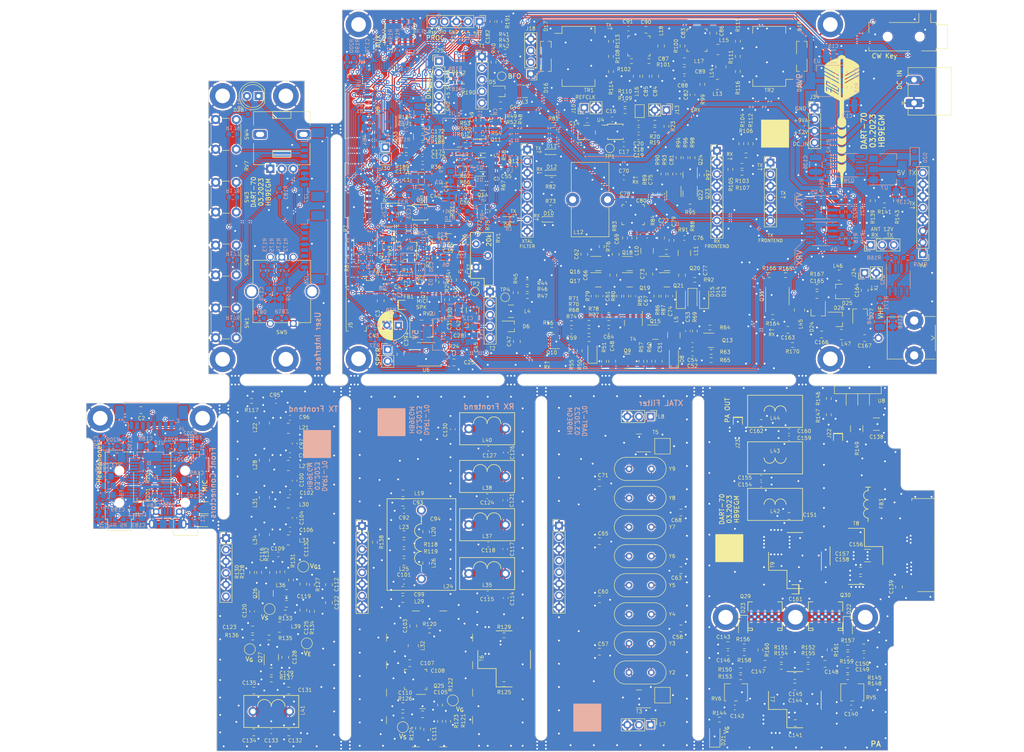
<source format=kicad_pcb>
(kicad_pcb (version 20221018) (generator pcbnew)

  (general
    (thickness 1.6)
  )

  (paper "A4")
  (title_block
    (title "DART-70 TRX")
    (date "2023-03-09")
    (rev "0")
    (company "HB9EGM")
  )

  (layers
    (0 "F.Cu" signal)
    (31 "B.Cu" signal)
    (32 "B.Adhes" user "B.Adhesive")
    (33 "F.Adhes" user "F.Adhesive")
    (34 "B.Paste" user)
    (35 "F.Paste" user)
    (36 "B.SilkS" user "B.Silkscreen")
    (37 "F.SilkS" user "F.Silkscreen")
    (38 "B.Mask" user)
    (39 "F.Mask" user)
    (40 "Dwgs.User" user "User.Drawings")
    (41 "Cmts.User" user "User.Comments")
    (42 "Eco1.User" user "User.Eco1")
    (43 "Eco2.User" user "User.Eco2")
    (44 "Edge.Cuts" user)
    (45 "Margin" user "Edge.Cuts.Setback")
    (46 "B.CrtYd" user "B.Courtyard")
    (47 "F.CrtYd" user "F.Courtyard")
    (48 "B.Fab" user)
    (49 "F.Fab" user)
    (50 "User.1" user "Milling")
    (51 "User.2" user)
    (52 "User.3" user)
    (53 "User.4" user)
    (54 "User.5" user)
    (55 "User.6" user)
    (56 "User.7" user)
    (57 "User.8" user)
    (58 "User.9" user)
  )

  (setup
    (stackup
      (layer "F.SilkS" (type "Top Silk Screen"))
      (layer "F.Paste" (type "Top Solder Paste"))
      (layer "F.Mask" (type "Top Solder Mask") (thickness 0.01))
      (layer "F.Cu" (type "copper") (thickness 0.035))
      (layer "dielectric 1" (type "core") (thickness 1.51) (material "FR4") (epsilon_r 4.5) (loss_tangent 0.02))
      (layer "B.Cu" (type "copper") (thickness 0.035))
      (layer "B.Mask" (type "Bottom Solder Mask") (thickness 0.01))
      (layer "B.Paste" (type "Bottom Solder Paste"))
      (layer "B.SilkS" (type "Bottom Silk Screen"))
      (copper_finish "None")
      (dielectric_constraints no)
    )
    (pad_to_mask_clearance 0)
    (pcbplotparams
      (layerselection 0x000d130_ffffffff)
      (plot_on_all_layers_selection 0x0000000_00000000)
      (disableapertmacros false)
      (usegerberextensions false)
      (usegerberattributes true)
      (usegerberadvancedattributes true)
      (creategerberjobfile true)
      (dashed_line_dash_ratio 12.000000)
      (dashed_line_gap_ratio 3.000000)
      (svgprecision 6)
      (plotframeref false)
      (viasonmask false)
      (mode 1)
      (useauxorigin false)
      (hpglpennumber 1)
      (hpglpenspeed 20)
      (hpglpendiameter 15.000000)
      (dxfpolygonmode true)
      (dxfimperialunits true)
      (dxfusepcbnewfont true)
      (psnegative false)
      (psa4output false)
      (plotreference true)
      (plotvalue true)
      (plotinvisibletext false)
      (sketchpadsonfab false)
      (subtractmaskfromsilk false)
      (outputformat 4)
      (mirror false)
      (drillshape 0)
      (scaleselection 1)
      (outputdirectory "out")
    )
  )

  (net 0 "")
  (net 1 "+12V")
  (net 2 "GND")
  (net 3 "Net-(C1-Pad1)")
  (net 4 "Net-(J4-Pin_7)")
  (net 5 "+9VA")
  (net 6 "/MIC")
  (net 7 "Net-(C6-Pad2)")
  (net 8 "+5VA")
  (net 9 "Net-(J4-Pin_5)")
  (net 10 "Net-(J5-Pin_3)")
  (net 11 "Net-(J5-Pin_2)")
  (net 12 "Net-(Q2-C)")
  (net 13 "Net-(D1-K)")
  (net 14 "Net-(D2-K)")
  (net 15 "/BFO")
  (net 16 "Net-(J10-In)")
  (net 17 "Net-(U4-XA)")
  (net 18 "Net-(U3-ADJ)")
  (net 19 "/Antenna Switch/TX")
  (net 20 "Net-(U4-CLK1)")
  (net 21 "Net-(C18-Pad2)")
  (net 22 "Net-(U4-CLK2)")
  (net 23 "Net-(U4-CLK0)")
  (net 24 "Net-(JP1-A)")
  (net 25 "Net-(Q6-B)")
  (net 26 "Net-(C22-Pad1)")
  (net 27 "Net-(U5-IN+)")
  (net 28 "Net-(U5-VCAIN)")
  (net 29 "Net-(U5-BUFOUT)")
  (net 30 "Net-(C21-Pad2)")
  (net 31 "Net-(C26-Pad1)")
  (net 32 "Net-(U6-VDD)")
  (net 33 "Net-(C26-Pad2)")
  (net 34 "Net-(C28-Pad1)")
  (net 35 "+VRX")
  (net 36 "Net-(U6-VIN)")
  (net 37 "Net-(Q6-C)")
  (net 38 "/Baseband/VAGC")
  (net 39 "Net-(D3-K)")
  (net 40 "Net-(Q7-C)")
  (net 41 "Net-(C29-Pad1)")
  (net 42 "Net-(D4-K)")
  (net 43 "Net-(C41-Pad2)")
  (net 44 "Net-(U5-AVG)")
  (net 45 "/Baseband/SPKR_OUT")
  (net 46 "Net-(Q7-B)")
  (net 47 "Net-(U6-BYPASS)")
  (net 48 "Net-(C40-Pad1)")
  (net 49 "Net-(U5-VOUT)")
  (net 50 "Net-(C46-Pad1)")
  (net 51 "Net-(C46-Pad2)")
  (net 52 "Net-(C47-Pad1)")
  (net 53 "Net-(C47-Pad2)")
  (net 54 "Net-(C48-Pad1)")
  (net 55 "Net-(J15-Pin_1)")
  (net 56 "Net-(T1-SC)")
  (net 57 "Net-(C49-Pad2)")
  (net 58 "Net-(C50-Pad1)")
  (net 59 "Net-(C42-Pad2)")
  (net 60 "Net-(T2-SC)")
  (net 61 "Net-(C53-Pad1)")
  (net 62 "Net-(D7-K)")
  (net 63 "Net-(Q11-B)")
  (net 64 "Net-(Q11-E)")
  (net 65 "Net-(D8-K)")
  (net 66 "Net-(Q13-E)")
  (net 67 "Net-(Q15-E)")
  (net 68 "Net-(C52-Pad2)")
  (net 69 "Net-(Q12-C)")
  (net 70 "Net-(C60-Pad2)")
  (net 71 "Net-(C56-Pad1)")
  (net 72 "Net-(C58-Pad2)")
  (net 73 "Net-(C63-Pad2)")
  (net 74 "Net-(Q14-E)")
  (net 75 "Net-(C59-Pad1)")
  (net 76 "Net-(C65-Pad2)")
  (net 77 "Net-(T3-PR2)")
  (net 78 "Net-(Q17-S)")
  (net 79 "Net-(Q16-B)")
  (net 80 "Net-(T4-PR2)")
  (net 81 "Net-(Q18-C)")
  (net 82 "Net-(Q17-G)")
  (net 83 "Net-(Q19-S)")
  (net 84 "Net-(Q18-B)")
  (net 85 "Net-(C72-Pad2)")
  (net 86 "Net-(D12-A)")
  (net 87 "Net-(Q22-E)")
  (net 88 "Net-(T5-PR2)")
  (net 89 "Net-(C68-Pad2)")
  (net 90 "Net-(C76-Pad2)")
  (net 91 "Net-(Q20-C)")
  (net 92 "Net-(Q19-G)")
  (net 93 "Net-(Q21-S)")
  (net 94 "Net-(C81-Pad1)")
  (net 95 "Net-(Q22-C)")
  (net 96 "Net-(Q21-G)")
  (net 97 "Net-(C82-Pad2)")
  (net 98 "Net-(Q20-B)")
  (net 99 "Net-(C77-Pad2)")
  (net 100 "Net-(Q24-E)")
  (net 101 "Net-(C87-Pad2)")
  (net 102 "Net-(C83-Pad1)")
  (net 103 "/70MHz VHF Frontend/VHF_RX")
  (net 104 "/70MHz VHF Frontend/TX_FROM_MIX")
  (net 105 "Net-(C84-Pad2)")
  (net 106 "Net-(C87-Pad1)")
  (net 107 "Net-(C88-Pad2)")
  (net 108 "Net-(C101-Pad2)")
  (net 109 "Net-(Q24-B)")
  (net 110 "Net-(C94-Pad1)")
  (net 111 "Net-(C95-Pad2)")
  (net 112 "Net-(C109-Pad2)")
  (net 113 "/70MHz VHF Frontend/+VTX_FE")
  (net 114 "Net-(TR2-RX-)")
  (net 115 "Net-(C103-Pad2)")
  (net 116 "Net-(C104-Pad1)")
  (net 117 "Net-(C114-Pad2)")
  (net 118 "Net-(J18-Pin_3)")
  (net 119 "Net-(Q25-G1)")
  (net 120 "Net-(Q25-G2)")
  (net 121 "Net-(Q25-S)")
  (net 122 "Net-(C121-Pad1)")
  (net 123 "Net-(C125-Pad2)")
  (net 124 "Net-(C126-Pad1)")
  (net 125 "Net-(C128-Pad1)")
  (net 126 "Net-(T6-AA)")
  (net 127 "Net-(T6-SB)")
  (net 128 "/70MHz VHF Frontend/RX_TO_MIX")
  (net 129 "/70MHz VHF Frontend/VHF_TX")
  (net 130 "Net-(C113-Pad2)")
  (net 131 "VGG1")
  (net 132 "Net-(Q26-G1)")
  (net 133 "Net-(Q26-S)")
  (net 134 "Net-(C117-Pad2)")
  (net 135 "Net-(Q26-D)")
  (net 136 "Net-(Q27-B)")
  (net 137 "Net-(Q27-C)")
  (net 138 "VGG2")
  (net 139 "+3V3")
  (net 140 "/PA 70MHz/VG_5V")
  (net 141 "Net-(Q27-E)")
  (net 142 "Net-(D20-A)")
  (net 143 "Net-(C159-Pad2)")
  (net 144 "/Control on separate board/ENC_B")
  (net 145 "/Control on separate board/ENC_A")
  (net 146 "/Control on separate board/3.3V_UI")
  (net 147 "Net-(J21-Pin_1)")
  (net 148 "Net-(C171-Pad1)")
  (net 149 "Net-(C172-Pad1)")
  (net 150 "Net-(C147-Pad1)")
  (net 151 "Net-(C148-Pad1)")
  (net 152 "Net-(T7-AB)")
  (net 153 "Net-(J21-Pin_5)")
  (net 154 "Net-(C154-Pad2)")
  (net 155 "Net-(T7-SB)")
  (net 156 "Net-(T7-SA)")
  (net 157 "Net-(T9-SB)")
  (net 158 "Net-(Q30-D)")
  (net 159 "Net-(Q29-D)")
  (net 160 "Net-(J23-In)")
  (net 161 "Net-(D24-K)")
  (net 162 "Net-(D25-A)")
  (net 163 "Net-(D24-A)")
  (net 164 "Net-(D26-K)")
  (net 165 "Net-(J26-Pin_7)")
  (net 166 "Net-(J26-Pin_6)")
  (net 167 "Net-(Q33-B)")
  (net 168 "Net-(U9-VDDA)")
  (net 169 "Net-(U10-VINL)")
  (net 170 "Net-(U10-VINR)")
  (net 171 "Net-(U10-VOUTL)")
  (net 172 "Net-(U10-VOUTR)")
  (net 173 "Net-(U10-VCOM)")
  (net 174 "Net-(T1-SA)")
  (net 175 "Net-(T1-SB)")
  (net 176 "Net-(T2-SA)")
  (net 177 "Net-(T2-SB)")
  (net 178 "Net-(D7-A)")
  (net 179 "/Control on separate board/STATUSn")
  (net 180 "Net-(D8-A)")
  (net 181 "Net-(D10-K)")
  (net 182 "Net-(D9-A)")
  (net 183 "Net-(D10-A)")
  (net 184 "Net-(C166-Pad1)")
  (net 185 "Net-(D11-K)")
  (net 186 "Net-(C168-Pad2)")
  (net 187 "Net-(D11-A)")
  (net 188 "Net-(D13-A)")
  (net 189 "/CW_RING")
  (net 190 "/CW_TIP")
  (net 191 "Net-(D14-A)")
  (net 192 "Net-(D15-A)")
  (net 193 "Net-(C174-Pad1)")
  (net 194 "/Baseband/SPKR_DET")
  (net 195 "Net-(TR1-RD+)")
  (net 196 "Net-(TR1-RD-)")
  (net 197 "Net-(TR1-TD-)")
  (net 198 "Net-(TR1-TD+)")
  (net 199 "Net-(TR2-RD+)")
  (net 200 "/Baseband/GPIO_XTAL")
  (net 201 "/EN_VRX")
  (net 202 "/EN_VTX")
  (net 203 "Net-(TR2-RD-)")
  (net 204 "/Baseband/CW_KEYn")
  (net 205 "/Baseband/CW_TONE")
  (net 206 "/MIC_PTT")
  (net 207 "/Baseband/SPKR_VOL")
  (net 208 "/MUTE_MICn")
  (net 209 "/SDA")
  (net 210 "/SCL")
  (net 211 "/S_METER")
  (net 212 "/Baseband/VHF_IN")
  (net 213 "/Baseband/VHF_OUT")
  (net 214 "/CLK1")
  (net 215 "Net-(TR2-TD-)")
  (net 216 "+VTX")
  (net 217 "Net-(TR2-TD+)")
  (net 218 "unconnected-(J2-PadNC)")
  (net 219 "unconnected-(J2-PadR1)")
  (net 220 "Net-(D20-K)")
  (net 221 "/Control on separate board/DISP_LAT")
  (net 222 "/Control on separate board/I2C2_SDA")
  (net 223 "/Control on separate board/I2C2_SCL")
  (net 224 "/Control on separate board/PC14")
  (net 225 "/Control on separate board/PC13")
  (net 226 "unconnected-(J2-PadTN)")
  (net 227 "/Control on separate board/USART1_TX")
  (net 228 "/Control on separate board/USART1_RX")
  (net 229 "/Control on separate board/PB15")
  (net 230 "/Control on separate board/SWCLK")
  (net 231 "/Control on separate board/SWDIO")
  (net 232 "/Control on separate board/RESETn")
  (net 233 "/LO1")
  (net 234 "Net-(L14-Pad1)")
  (net 235 "Net-(D21-A)")
  (net 236 "Net-(D22-A)")
  (net 237 "Net-(L21-Pad2)")
  (net 238 "Net-(L23-Pad2)")
  (net 239 "Net-(L25-Pad2)")
  (net 240 "Net-(D23-A)")
  (net 241 "unconnected-(D24-NC-Pad2)")
  (net 242 "unconnected-(J8-PadTN)")
  (net 243 "unconnected-(D25-NC-Pad2)")
  (net 244 "unconnected-(D26-NC-Pad2)")
  (net 245 "unconnected-(D27-NC-Pad2)")
  (net 246 "Net-(D28-K)")
  (net 247 "Net-(D28-A)")
  (net 248 "Net-(J6-Pin_2)")
  (net 249 "Net-(J22-Pin_2)")
  (net 250 "Net-(J4-Pin_6)")
  (net 251 "Net-(J4-Pin_3)")
  (net 252 "Net-(J4-Pin_2)")
  (net 253 "Net-(J5-Pin_4)")
  (net 254 "Net-(J15-Pin_2)")
  (net 255 "Net-(J17-Pin_2)")
  (net 256 "unconnected-(J17-Pin_4-Pad4)")
  (net 257 "unconnected-(J17-Pin_5-Pad5)")
  (net 258 "/70MHz VHF Frontend/+VRX_FE")
  (net 259 "Net-(J17-Pin_7)")
  (net 260 "Net-(J20-Pin_5)")
  (net 261 "Net-(J22-Pin_1)")
  (net 262 "Net-(J26-Pin_2)")
  (net 263 "Net-(J26-Pin_3)")
  (net 264 "Net-(J26-Pin_5)")
  (net 265 "Net-(L13-Pad1)")
  (net 266 "Net-(L18-Pad1)")
  (net 267 "Net-(L20-Pad2)")
  (net 268 "Net-(L30-Pad2)")
  (net 269 "Net-(L33-Pad2)")
  (net 270 "Net-(J27-Pin_2)")
  (net 271 "Net-(J27-Pin_3)")
  (net 272 "Net-(J27-Pin_4)")
  (net 273 "Net-(J27-Pin_5)")
  (net 274 "Net-(J33-VBUS)")
  (net 275 "Net-(J33-ID)")
  (net 276 "Net-(JP2-C)")
  (net 277 "Net-(Q1A-G)")
  (net 278 "/Control on separate board/BTN0")
  (net 279 "/Control on separate board/BTN1")
  (net 280 "/Control on separate board/BTN2")
  (net 281 "/Control on separate board/BTN3")
  (net 282 "Net-(Q1B-G)")
  (net 283 "/Control on separate board/ENC_BTN")
  (net 284 "/Control on separate board/XTAL1")
  (net 285 "/Control on separate board/XTAL2")
  (net 286 "/Control on separate board/PWM_CW")
  (net 287 "/Control on separate board/MUTE_SPKR")
  (net 288 "Net-(Q2-B)")
  (net 289 "/Control on separate board/BOOT0")
  (net 290 "/Control on separate board/BOOT1")
  (net 291 "Net-(Q3-B)")
  (net 292 "Net-(Q4B-G)")
  (net 293 "Net-(Q5B-G)")
  (net 294 "Net-(Q8-B)")
  (net 295 "Net-(Q9-B)")
  (net 296 "Net-(Q11-C)")
  (net 297 "Net-(Q12-E)")
  (net 298 "Net-(Q13-B)")
  (net 299 "Net-(Q13-C)")
  (net 300 "Net-(Q15-B)")
  (net 301 "/Antenna Switch/RX")
  (net 302 "Net-(Q16-E)")
  (net 303 "Net-(Q16-C)")
  (net 304 "Net-(L27-Pad2)")
  (net 305 "Net-(Q18-E)")
  (net 306 "Net-(Q20-E)")
  (net 307 "Net-(Q22-B)")
  (net 308 "Net-(Q23-B)")
  (net 309 "/Antenna Switch/ANT")
  (net 310 "/Antenna Switch/V_{PIN}")
  (net 311 "Net-(Q25-D)")
  (net 312 "Net-(Q26-G2)")
  (net 313 "/TX_to_PA")
  (net 314 "/Baseband/AGC_to_METER")
  (net 315 "Net-(Q28B-G)")
  (net 316 "/PA 70MHz/V_{DD}")
  (net 317 "Net-(Q29-G)")
  (net 318 "Net-(Q30-G)")
  (net 319 "Net-(Q31B-D-Pad5)")
  (net 320 "Net-(Q31A-D-Pad7)")
  (net 321 "Net-(Q32B-G)")
  (net 322 "Net-(Q32B-D-Pad5)")
  (net 323 "Net-(R40-Pad2)")
  (net 324 "Net-(R44-Pad1)")
  (net 325 "Net-(U5-GATE)")
  (net 326 "Net-(C148-Pad2)")
  (net 327 "Net-(U5-COMP)")
  (net 328 "Net-(U6-HPSense)")
  (net 329 "Net-(C147-Pad2)")
  (net 330 "Net-(T1-AB)")
  (net 331 "Net-(T2-AB)")
  (net 332 "Net-(R110-Pad1)")
  (net 333 "Net-(TR2-C_RD)")
  (net 334 "Net-(R121-Pad2)")
  (net 335 "/VOX_PTTn")
  (net 336 "Net-(TR1-TX-)")
  (net 337 "/EN_PA")
  (net 338 "Net-(TR2-TX-)")
  (net 339 "Net-(U8-ADJ)")
  (net 340 "Net-(R148-Pad1)")
  (net 341 "Net-(R153-Pad1)")
  (net 342 "Net-(R172-Pad1)")
  (net 343 "Net-(U9-PA11)")
  (net 344 "Net-(U9-PA12)")
  (net 345 "Net-(R173-Pad2)")
  (net 346 "Net-(R183-Pad2)")
  (net 347 "/USB Audio/AF_OUT_L")
  (net 348 "/USB Audio/AF_IN")
  (net 349 "Net-(U10-D+)")
  (net 350 "Net-(U10-D-)")
  (net 351 "/USB Audio/VCC")
  (net 352 "/USB Audio/VDD")
  (net 353 "unconnected-(T3-PM-Pad2)")
  (net 354 "/USB Audio/AF_OUT_R")
  (net 355 "unconnected-(T4-PM-Pad2)")
  (net 356 "/USB Audio/XTI")
  (net 357 "/USB Audio/XTO")
  (net 358 "unconnected-(T5-PM-Pad2)")
  (net 359 "/USB Audio/USB_DM")
  (net 360 "/USB Audio/USB_DP")
  (net 361 "unconnected-(TR1-C_RX-Pad10)")
  (net 362 "unconnected-(TR1-C_TX-Pad15)")
  (net 363 "unconnected-(TR2-C_RX-Pad10)")
  (net 364 "unconnected-(TR2-C_TX-Pad15)")
  (net 365 "Net-(U4-XB)")
  (net 366 "unconnected-(U9-VBAT-Pad1)")
  (net 367 "/Control on separate board/USB_DM")
  (net 368 "/Control on separate board/USB_DP")
  (net 369 "unconnected-(U10-HID0-Pad5)")
  (net 370 "unconnected-(U10-HID1-Pad6)")
  (net 371 "Net-(C100-Pad2)")
  (net 372 "Net-(C100-Pad1)")
  (net 373 "unconnected-(U10-HID2-Pad7)")
  (net 374 "unconnected-(U10-DIN-Pad24)")
  (net 375 "unconnected-(U10-DOUT-Pad25)")
  (net 376 "Net-(R108-Pad2)")
  (net 377 "Net-(R180-Pad1)")
  (net 378 "/DC_IN")
  (net 379 "unconnected-(U10-SSPNDn-Pad28)")

  (footprint "Capacitor_SMD:C_0603_1608Metric_Pad1.08x0.95mm_HandSolder" (layer "F.Cu") (at 97.536 47.498 180))

  (footprint "Resistor_SMD:R_0603_1608Metric_Pad0.98x0.95mm_HandSolder" (layer "F.Cu") (at 60.325 137.795 -90))

  (footprint "Crystal:Crystal_HC49-U_Vertical" (layer "F.Cu") (at 142.595 140.589))

  (footprint "Resistor_SMD:R_0603_1608Metric_Pad0.98x0.95mm_HandSolder" (layer "F.Cu") (at 190.343 159.156 180))

  (footprint "Resistor_SMD:R_0603_1608Metric_Pad0.98x0.95mm_HandSolder" (layer "F.Cu") (at 156.972 73.914))

  (footprint "Package_SO:MSOP-10_3x3mm_P0.5mm" (layer "F.Cu") (at 97.028 59.182))

  (footprint "mpb:four_4mm_pads_narrow" (layer "F.Cu") (at 178.913 165.76 90))

  (footprint "Potentiometer_SMD:Potentiometer_Bourns_3214W_Vertical" (layer "F.Cu") (at 90.424 59.69 -90))

  (footprint "Potentiometer_SMD:Potentiometer_Bourns_3214W_Vertical" (layer "F.Cu") (at 93.726 67.564 180))

  (footprint "Resistor_SMD:R_0603_1608Metric_Pad0.98x0.95mm_HandSolder" (layer "F.Cu") (at 73.406 146.304 90))

  (footprint "Capacitor_SMD:C_0603_1608Metric_Pad1.08x0.95mm_HandSolder" (layer "F.Cu") (at 111.76 142.367))

  (footprint "Resistor_SMD:R_0603_1608Metric_Pad0.98x0.95mm_HandSolder" (layer "F.Cu") (at 126.1345 40.132))

  (footprint "Capacitor_SMD:C_0603_1608Metric_Pad1.08x0.95mm_HandSolder" (layer "F.Cu") (at 109.728 39.116 90))

  (footprint "Resistor_SMD:R_0603_1608Metric_Pad0.98x0.95mm_HandSolder" (layer "F.Cu") (at 64.008 152.019 180))

  (footprint "Capacitor_SMD:C_0805_2012Metric_Pad1.18x1.45mm_HandSolder" (layer "F.Cu") (at 178.786 162.712 180))

  (footprint "Capacitor_SMD:C_0805_2012Metric_Pad1.18x1.45mm_HandSolder" (layer "F.Cu") (at 178.8075 160.426 180))

  (footprint "Diode_SMD:D_SOD-123F" (layer "F.Cu") (at 153.924 77.978 90))

  (footprint "Resistor_SMD:R_0603_1608Metric_Pad0.98x0.95mm_HandSolder" (layer "F.Cu") (at 115.57 27.173 180))

  (footprint "mpb:PLD-1.5W" (layer "F.Cu") (at 185.517 147.472 180))

  (footprint "Capacitor_SMD:C_0805_2012Metric_Pad1.18x1.45mm_HandSolder" (layer "F.Cu") (at 201.549 140.97 90))

  (footprint "Capacitor_SMD:C_0805_2012Metric_Pad1.18x1.45mm_HandSolder" (layer "F.Cu") (at 60.6845 172.72))

  (footprint "Inductor_SMD:L_1008_2520Metric_Pad1.43x2.20mm_HandSolder" (layer "F.Cu") (at 62.992 105.1825 90))

  (footprint "Package_TO_SOT_SMD:SOT-23" (layer "F.Cu") (at 125.73 87.376 180))

  (footprint "MountingHole:MountingHole_3.2mm_M3_DIN965_Pad" (layer "F.Cu") (at 53.87525 91.252 90))

  (footprint "Resistor_SMD:R_0603_1608Metric_Pad0.98x0.95mm_HandSolder" (layer "F.Cu") (at 113.7135 46.736 90))

  (footprint "TestPoint:TestPoint_Pad_3.0x3.0mm" (layer "F.Cu") (at 149.91 164.597))

  (footprint "Capacitor_SMD:C_0805_2012Metric_Pad1.18x1.45mm_HandSolder" (layer "F.Cu") (at 94.742 157.607 180))

  (footprint "Inductor_SMD:L_1008_2520Metric_Pad1.43x2.20mm_HandSolder" (layer "F.Cu") (at 162.013 23.622))

  (footprint "Connector_PinHeader_1.27mm:PinHeader_2x05_P1.27mm_Vertical_SMD" (layer "F.Cu") (at 92.456 19.558 90))

  (footprint "Capacitor_SMD:C_0805_2012Metric_Pad1.18x1.45mm_HandSolder" (layer "F.Cu") (at 177.546 125.476))

  (footprint "Capacitor_SMD:C_0603_1608Metric_Pad1.08x0.95mm_HandSolder" (layer "F.Cu") (at 107.8715 46.228 90))

  (footprint "Connector_Phoenix_MC_HighVoltage:PhoenixContact_MC_1,5_2-G-5.08_1x02_P5.08mm_Horizontal" (layer "F.Cu") (at 204.8395 35.306 90))

  (footprint "Inductor_SMD:L_1008_2520Metric_Pad1.43x2.20mm_HandSolder" (layer "F.Cu") (at 62.992 129.5665 90))

  (footprint "Connector_PinHeader_2.54mm:PinHeader_1x03_P2.54mm_Vertical" (layer "F.Cu") (at 195.341 66.294 90))

  (footprint "Capacitor_SMD:C_0805_2012Metric_Pad1.18x1.45mm_HandSolder" (layer "F.Cu") (at 149.098 91.694 -90))

  (footprint "Capacitor_SMD:C_0603_1608Metric_Pad1.08x0.95mm_HandSolder" (layer "F.Cu") (at 156.464 33.528 90))

  (footprint "Resistor_SMD:R_0603_1608Metric_Pad0.98x0.95mm_HandSolder" (layer "F.Cu") (at 106.8555 43.434))

  (footprint "Inductor_SMD:L_0805_2012Metric_Pad1.15x1.40mm_HandSolder" (layer "F.Cu") (at 93.472 129.413 180))

  (footprint "TestPoint:TestPoint_Pad_D2.0mm" (layer "F.Cu") (at 72.263 153.289 -90))

  (footprint "Resistor_SMD:R_0603_1608Metric_Pad0.98x0.95mm_HandSolder" (layer "F.Cu") (at 190.373 154.178))

  (footprint "Package_TO_SOT_SMD:SOT-323_SC-70_Handsoldering" (layer "F.Cu") (at 124.46 22.5845 90))

  (footprint "Resistor_SMD:R_0603_1608Metric_Pad0.98x0.95mm_HandSolder" (layer "F.Cu") (at 186.22 99.822 90))

  (footprint "Resistor_SMD:R_0603_1608Metric_Pad0.98x0.95mm_HandSolder" (layer "F.Cu") (at 141.732 64.77 -90))

  (footprint "Capacitor_SMD:C_0603_1608Metric_Pad1.08x0.95mm_HandSolder" (layer "F.Cu") (at 143.51 77.47 90))

  (footprint "Potentiometer_SMD:Potentiometer_Bourns_3214W_Vertical" (layer "F.Cu") (at 165.959 163.982 180))

  (footprint "Capacitor_SMD:C_0805_2012Metric_Pad1.18x1.45mm_HandSolder" (layer "F.Cu") (at 77.089 140.462 90))

  (footprint "Capacitor_SMD:C_0805_2012Metric_Pad1.18x1.45mm_HandSolder" (layer "F.Cu") (at 153.935 124.714 180))

  (footprint "Capacitor_SMD:C_0805_2012Metric_Pad1.18x1.45mm_HandSolder" (layer "F.Cu")
    (tstamp 17af8c6e-8a91-4da4-bc77-b6fe2ea158f2)
    (at 146.304 29.464 -90)
    (descr "Capacitor SMD 0805 (2012 Metric), square (rectangular) end terminal, IPC_7351 nominal with elongated pad for handsoldering. (Body size source: IPC-SM-782 page 76, https://www.pcb-3d.com/wordpress/wp-content/uploads/ipc-sm-782a_amendment_1_and_2.pdf, https://docs.google.com/spreadsheets/d/1BsfQQcO9C6DZCsRaXUlFlo91Tg2WpOkGARC1WS5S8t0/edit?usp=sharing), generated with kicad-footprint-generator")
    (tags "capacitor handsolder")
    (property "MPN" "")
    (property "Need_order" "0")
    (property "Sheetfile" "baseband.kicad_sch")
    (property "Sheetname" "Baseband")
    (property "ki_description" "Unpolarized capacitor")
    (property "ki_keywords" "cap capacitor")
    (path "/691ab6db-80d5-4c97-9e5f-aae234327d27/1553116c-e663-4098-ad25-fa58585a8d83")
    (attr smd)
    (fp_text reference "C85" (at 3.302 0 90 unlocked) (layer "F.SilkS")
        (effects (font (size 0.8 0.8) (thickness 0.1)))
      (tstamp f0edd48f-5fe7-435c-be18-939b95edb98a)
    )
    (fp_text value "DNF" (at 0 1.68 90) (layer "F.Fab")
        (effects (font (size 1 1) (thickness 0.15)))
      (tstamp a298657d-a4e1-4f91-80b5-1212f220737f)
    )
    (fp_text user "${REFERENCE}" (at 0 0 90) (layer "F.Fab")
        (effects (font (size 0.5 0.5) (thickness 0.08)))
      (tstamp 490a4722-28e3-4eb6-90d4-71dcc1b42f79)
    )
    (fp_line (start -0.261252 -0.735) (end 0.261252 -0.735)
      (stroke (width 0.12) (type solid)) (layer "F.SilkS") (tstamp d741dee3-bec1-4009-aa18-13329a247d3d))
    (fp_line (start -0.261252 0.735) (end 0.261252 0.735)
      (stroke (width 0.12) (type solid)) (layer "F.SilkS") (tstamp a22d9a9e-49af-4c73-9a82-8e420c7396c1))
    (fp_line (start -1.88 -0.98) (end 1.88 -0.98)
      (stroke (width 0.05) (type solid)) (layer "F.CrtYd") (tstamp 41595ab2-4ce8-4139-ac9d-370482fd624a))
    (fp_line (start -1.88 0.98) (end -1.88 -0.98)
      (stroke (width 0.05) (type solid)) (layer "F.CrtYd") (tstamp 127164e1-196a-41af-8e5b-ecbeab98c576))
    (fp_line (start 1.88 -0.98) (end 1.88 0.98)
      (stroke (width 0.05) (type solid)) (layer "F.CrtYd") (tstamp c422dadf-d7c9-4156-9d74-690e4cd0a1b6))
    (fp_line (start 1.88 0.98) (end -1.88 0.98)
      (stroke (width 0.05) (type solid)) (layer "F.CrtYd") (tstamp 81e79bcd-3077-4371-b447-da57092c86fb))
    (fp_line (start -1 -0.625) (end 1 -0.625)
      (stroke (width 0.1) (type solid)) (layer "F.Fab") (tstamp b49d31c6-933b-447e-b646-ec2c49d88c97))
    (fp_line (start -1 0.625) (end -1 -0.625)
      (stroke (width 0.1) (type solid)) (layer "F.Fab") (tstamp c339f8cd-78aa-44ce-b4a8-820e14fa0bba))
    (fp_line (start 1 -0.625) (end 1 0.625)
      (stroke (width 0.1) (type solid)) (layer "F.Fab") (tstamp 70a8f654-df35-44c9-8693-21d7cd985aab))
    (fp_line (start 1 0.625) (end -1 0.625)
      (stroke (width 0.1) (type solid)) (layer "F.Fab") (tstamp 83868b57-bc9f-4c16-a8c5-237ec0b6dfe3))
    (pad "1" smd roundrect (at -1.0375 0 270) (size 1.175 1.45) (layers "F.Cu" "F.Paste" "F.Mask") (roundrect_rratio 0.2127659574)
      (net 105 "Net-(C84-Pad2)") (pintype "passive") (tstamp c5a53c6c-eefe-4a4a-b809-0917eb17d866))
    (pad "2" smd roundrect (at 1.0375 0 270) (size 1.175 1.45) (layers "F.Cu" "F.Paste" "F.Mask") (roundrect_rratio 0.2127659574)
      
... [5748049 chars truncated]
</source>
